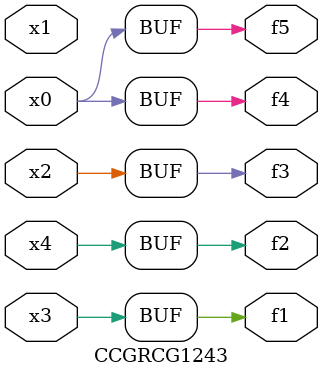
<source format=v>
module CCGRCG1243(
	input x0, x1, x2, x3, x4,
	output f1, f2, f3, f4, f5
);
	assign f1 = x3;
	assign f2 = x4;
	assign f3 = x2;
	assign f4 = x0;
	assign f5 = x0;
endmodule

</source>
